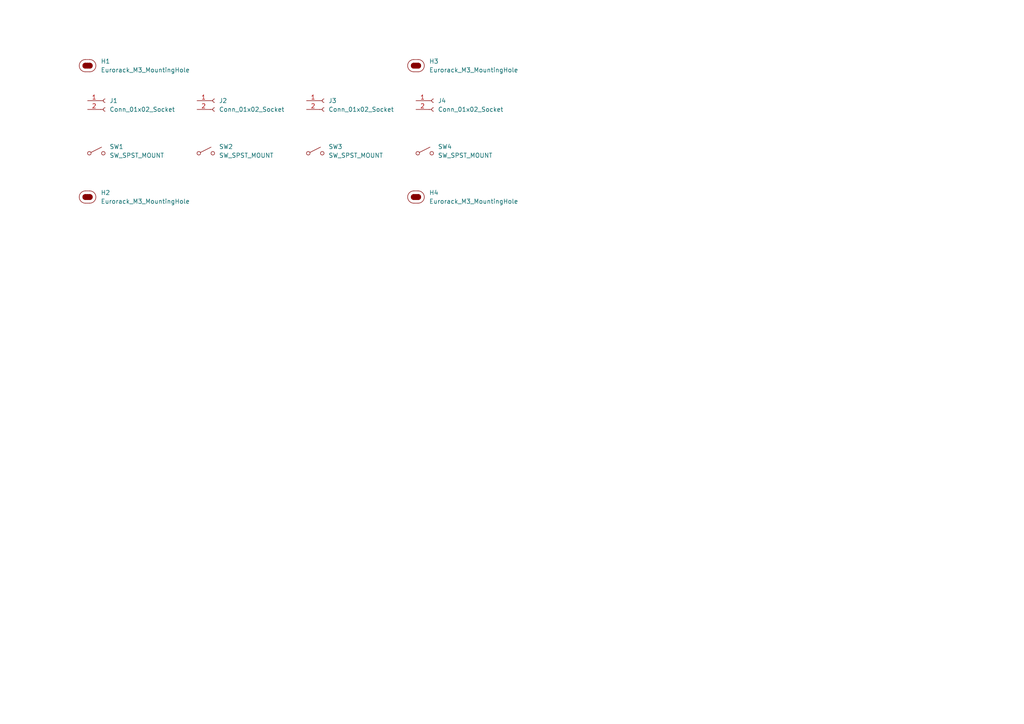
<source format=kicad_sch>
(kicad_sch (version 20231120) (generator "eeschema") (generator_version "8.0")
  (paper "A4")
  (lib_symbols
    (symbol "Connector:Conn_01x02_Socket" (pin_names (offset 1.016) hide)
      (property "Reference" "J" (at 0 2.54 0))
      (property "Value" "Conn_01x02_Socket" (at 0 -5.08 0))
      (symbol "Conn_01x02_Socket_1_1"
        (arc (start 0 -2.032) (mid -0.5058 -2.54) (end 0 -3.048) (stroke (width 0.1524)))
        (polyline (pts (xy -1.27 -2.54) (xy -0.508 -2.54)) (stroke (width 0.1524)))
        (polyline (pts (xy -1.27 0) (xy -0.508 0)) (stroke (width 0.1524)))
        (arc (start 0 0.508) (mid -0.5058 0) (end 0 -0.508) (stroke (width 0.1524)))
        (pin passive line (at -5.08 0 0) (length 3.81) (name "Pin_1") (number "1"))
        (pin passive line (at -5.08 -2.54 0) (length 3.81) (name "Pin_2") (number "2"))
      )
    )
    (symbol "EXC:Eurorack_M3_MountingHole" (pin_names (offset 1.016)) (exclude_from_sim yes) (in_bom no)
      (property "Reference" "H" (at 0 5.08 0))
      (property "Value" "Eurorack_M3_MountingHole" (at 0 3.175 0))
      (symbol "Eurorack_M3_MountingHole_0_1"
        (circle (center -0.635 0) (radius 0.762) (fill (type outline)))
        (arc (start -0.635 0.762) (mid -1.397 0) (end -0.635 -0.762))
        (arc (start -0.635 1.778) (mid -2.413 0) (end -0.635 -1.778))
        (polyline (pts (xy -0.635 -1.778) (xy 0.635 -1.778)))
        (polyline (pts (xy -0.635 -0.762) (xy 0.635 -0.762)))
        (polyline (pts (xy -0.635 0.762) (xy 0.635 0.762)))
        (polyline (pts (xy 0.635 1.778) (xy -0.635 1.778)))
        (circle (center 0 0) (radius 0.762) (fill (type outline)))
        (arc (start 0.6141 -1.778) (mid 2.4131 0) (end 0.6141 1.778))
        (arc (start 0.6227 -0.762) (mid 1.3971 0) (end 0.6227 0.762))
        (circle (center 0.635 0) (radius 0.762) (fill (type outline)))
      )
    )
    (symbol "EXC:SW_SPST-Cherry_Panel_Mount" (pin_names (offset 0) hide)
      (property "Reference" "SW" (at 0 3.175 0))
      (property "Value" "SW_SPST_MOUNT" (at 0 -2.032 0))
      (symbol "SW_SPST-Cherry_Panel_Mount_0_0"
        (circle (center -2.032 0) (radius 0.508))
        (polyline (pts (xy -1.524 0.254) (xy 1.524 1.778)))
        (circle (center 2.032 0) (radius 0.508))
      )
    )
  )
  (symbol (lib_id "EXC:SW_SPST-Cherry_Panel_Mount") (at 27.94 44.45 0) (unit 1)
    (property "Reference" "SW1" (at 31.75 42.5449 0) (effects (justify left)))
    (property "Value" "SW_SPST_MOUNT" (at 31.75 45.0849 0) (effects (justify left)))
    (property "Footprint" "EXC:SW_Cherry_MX_1.00u_Mount" (effects (hide yes)))
    (property "Datasheet" "https://hirosarts.com/blog/keycap-dimensions-guide-for-beginners/" (effects (hide yes)))
    (property "Description" "Single Pole Single Throw (SPST) panel-mount switch" (effects (hide yes)))
    (property "Source" "https://www.adafruit.com/product/4954" (effects (hide yes)))
  )
  (symbol (lib_id "EXC:SW_SPST-Cherry_Panel_Mount") (at 91.44 44.45 0) (unit 1)
    (property "Reference" "SW3" (at 95.25 42.5449 0) (effects (justify left)))
    (property "Value" "SW_SPST_MOUNT" (at 95.25 45.0849 0) (effects (justify left)))
    (property "Footprint" "EXC:SW_Cherry_MX_1.00u_Mount" (effects (hide yes)))
    (property "Datasheet" "https://hirosarts.com/blog/keycap-dimensions-guide-for-beginners/" (effects (hide yes)))
    (property "Description" "Single Pole Single Throw (SPST) panel-mount switch" (effects (hide yes)))
    (property "Source" "https://www.adafruit.com/product/4954" (effects (hide yes)))
  )
  (symbol (lib_id "EXC:SW_SPST-Cherry_Panel_Mount") (at 123.19 44.45 0) (unit 1)
    (property "Reference" "SW4" (at 127 42.5449 0) (effects (justify left)))
    (property "Value" "SW_SPST_MOUNT" (at 127 45.0849 0) (effects (justify left)))
    (property "Footprint" "EXC:SW_Cherry_MX_1.00u_Mount" (effects (hide yes)))
    (property "Datasheet" "https://hirosarts.com/blog/keycap-dimensions-guide-for-beginners/" (effects (hide yes)))
    (property "Description" "Single Pole Single Throw (SPST) panel-mount switch" (effects (hide yes)))
    (property "Source" "https://www.adafruit.com/product/4954" (effects (hide yes)))
  )
  (symbol (lib_id "EXC:Eurorack_M3_MountingHole") (at 25.4 57.15 0) (unit 1) (exclude_from_sim yes) (in_bom no)
    (property "Reference" "H2" (at 29.21 55.8799 0) (effects (justify left)))
    (property "Value" "Eurorack_M3_MountingHole" (at 29.21 58.4199 0) (effects (justify left)))
    (property "Footprint" "EXC:MountingHole_3.2mm_M3" (effects (hide yes)))
    (property "Description" "Mounting Hole without connection" (effects (hide yes)))
  )
  (symbol (lib_id "EXC:Eurorack_M3_MountingHole") (at 120.65 57.15 0) (unit 1) (exclude_from_sim yes) (in_bom no)
    (property "Reference" "H4" (at 124.46 55.8799 0) (effects (justify left)))
    (property "Value" "Eurorack_M3_MountingHole" (at 124.46 58.4199 0) (effects (justify left)))
    (property "Footprint" "EXC:MountingHole_3.2mm_M3" (effects (hide yes)))
    (property "Description" "Mounting Hole without connection" (effects (hide yes)))
  )
  (symbol (lib_id "Connector:Conn_01x02_Socket") (at 62.23 29.21 0) (unit 1)
    (property "Reference" "J2" (at 63.5 29.2099 0) (effects (justify left)))
    (property "Value" "Conn_01x02_Socket" (at 63.5 31.7499 0) (effects (justify left)))
    (property "Footprint" "Connector_PinSocket_2.54mm:PinSocket_1x02_P2.54mm_Vertical" (effects (hide yes)))
    (property "Description" "Generic connector, single row, 01x02, script generated" (effects (hide yes)))
  )
  (symbol (lib_id "Connector:Conn_01x02_Socket") (at 125.73 29.21 0) (unit 1)
    (property "Reference" "J4" (at 127 29.2099 0) (effects (justify left)))
    (property "Value" "Conn_01x02_Socket" (at 127 31.7499 0) (effects (justify left)))
    (property "Footprint" "Connector_PinSocket_2.54mm:PinSocket_1x02_P2.54mm_Vertical" (effects (hide yes)))
    (property "Description" "Generic connector, single row, 01x02, script generated" (effects (hide yes)))
  )
  (symbol (lib_id "Connector:Conn_01x02_Socket") (at 93.98 29.21 0) (unit 1)
    (property "Reference" "J3" (at 95.25 29.2099 0) (effects (justify left)))
    (property "Value" "Conn_01x02_Socket" (at 95.25 31.7499 0) (effects (justify left)))
    (property "Footprint" "Connector_PinSocket_2.54mm:PinSocket_1x02_P2.54mm_Vertical" (effects (hide yes)))
    (property "Description" "Generic connector, single row, 01x02, script generated" (effects (hide yes)))
  )
  (symbol (lib_id "EXC:Eurorack_M3_MountingHole") (at 25.4 19.05 0) (unit 1) (exclude_from_sim yes) (in_bom no)
    (property "Reference" "H1" (at 29.21 17.7799 0) (effects (justify left)))
    (property "Value" "Eurorack_M3_MountingHole" (at 29.21 20.3199 0) (effects (justify left)))
    (property "Footprint" "EXC:MountingHole_3.2mm_M3" (effects (hide yes)))
    (property "Description" "Mounting Hole without connection" (effects (hide yes)))
  )
  (symbol (lib_id "EXC:SW_SPST-Cherry_Panel_Mount") (at 59.69 44.45 0) (unit 1)
    (property "Reference" "SW2" (at 63.5 42.5449 0) (effects (justify left)))
    (property "Value" "SW_SPST_MOUNT" (at 63.5 45.0849 0) (effects (justify left)))
    (property "Footprint" "EXC:SW_Cherry_MX_1.00u_Mount" (effects (hide yes)))
    (property "Datasheet" "https://hirosarts.com/blog/keycap-dimensions-guide-for-beginners/" (effects (hide yes)))
    (property "Description" "Single Pole Single Throw (SPST) panel-mount switch" (effects (hide yes)))
    (property "Source" "https://www.adafruit.com/product/4954" (effects (hide yes)))
  )
  (symbol (lib_id "EXC:Eurorack_M3_MountingHole") (at 120.65 19.05 0) (unit 1) (exclude_from_sim yes) (in_bom no)
    (property "Reference" "H3" (at 124.46 17.7799 0) (effects (justify left)))
    (property "Value" "Eurorack_M3_MountingHole" (at 124.46 20.3199 0) (effects (justify left)))
    (property "Footprint" "EXC:MountingHole_3.2mm_M3" (effects (hide yes)))
    (property "Description" "Mounting Hole without connection" (effects (hide yes)))
  )
  (symbol (lib_id "Connector:Conn_01x02_Socket") (at 30.48 29.21 0) (unit 1)
    (property "Reference" "J1" (at 31.75 29.2099 0) (effects (justify left)))
    (property "Value" "Conn_01x02_Socket" (at 31.75 31.7499 0) (effects (justify left)))
    (property "Footprint" "Connector_PinSocket_2.54mm:PinSocket_1x02_P2.54mm_Vertical" (effects (hide yes)))
    (property "Description" "Generic connector, single row, 01x02, script generated" (effects (hide yes)))
  )
)
</source>
